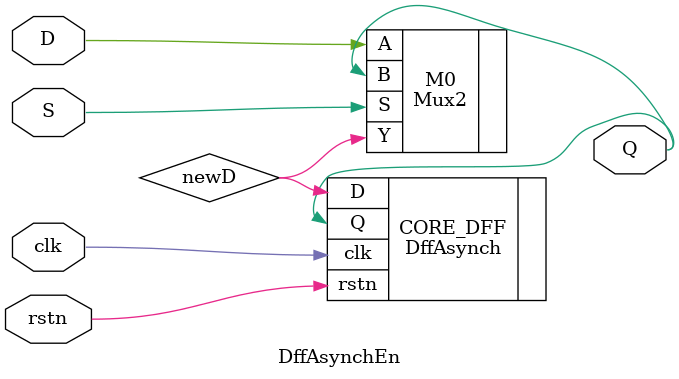
<source format=v>
/*
 * DffAsynchEn.v
 * 
 * "Asynchronous DFF with enable signal (i.e. alternate form of Asynch DFF)"
 */
module DffAsynchEn (
    // Flop I/O.
    input  D,
    output Q,
    
    // Control signal.
    input  S,
    
    // Common signals.
    input  clk,
    input  rstn
);

// Wire selecting input for DFF.
wire newD;

// Mux used to select if DFF should update.
Mux2 M0 (
    .A(D),
    .B(Q),
    .S(S),
    .Y(newD)
);

// Typical DFF (arguable not primitive, but close enough).
DffAsynch CORE_DFF (
    .D(newD),
    .Q(Q),
    .clk(clk),
    .rstn(rstn)
);

endmodule

</source>
